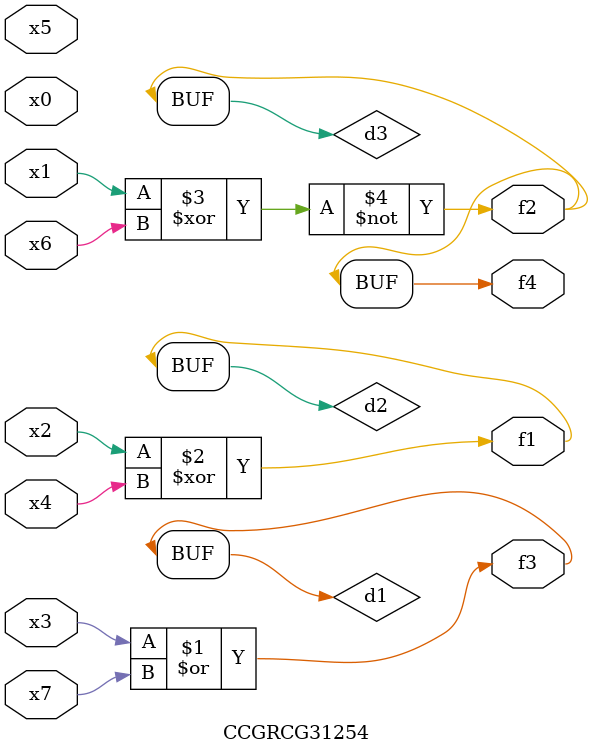
<source format=v>
module CCGRCG31254(
	input x0, x1, x2, x3, x4, x5, x6, x7,
	output f1, f2, f3, f4
);

	wire d1, d2, d3;

	or (d1, x3, x7);
	xor (d2, x2, x4);
	xnor (d3, x1, x6);
	assign f1 = d2;
	assign f2 = d3;
	assign f3 = d1;
	assign f4 = d3;
endmodule

</source>
